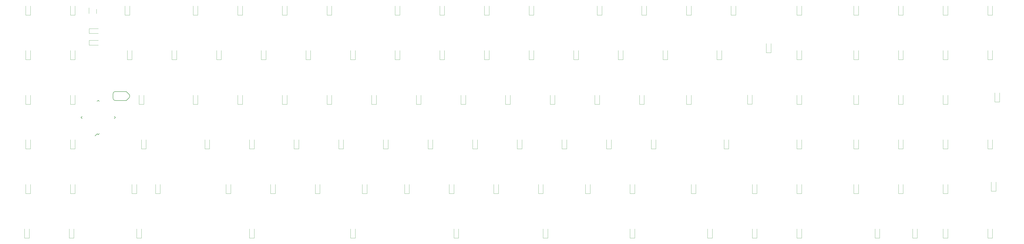
<source format=gbo>
G04 #@! TF.GenerationSoftware,KiCad,Pcbnew,(5.0.0-rc2-dev-733-g23a9fcd91)*
G04 #@! TF.CreationDate,2018-05-31T02:42:35-04:00*
G04 #@! TF.ProjectId,100plus,313030706C75732E6B696361645F7063,rev?*
G04 #@! TF.SameCoordinates,Original*
G04 #@! TF.FileFunction,Legend,Bot*
G04 #@! TF.FilePolarity,Positive*
%FSLAX45Y45*%
G04 Gerber Fmt 4.5, Leading zero omitted, Abs format (unit mm)*
G04 Created by KiCad (PCBNEW (5.0.0-rc2-dev-733-g23a9fcd91)) date 05/31/18 02:42:35*
%MOMM*%
%LPD*%
G01*
G04 APERTURE LIST*
%ADD10C,0.120000*%
%ADD11C,0.127000*%
%ADD12C,0.150000*%
G04 APERTURE END LIST*
D10*
X11800000Y-15625000D02*
X11800000Y-15235000D01*
X11600000Y-15625000D02*
X11600000Y-15235000D01*
X11800000Y-15625000D02*
X11600000Y-15625000D01*
X33000000Y-13725000D02*
X33000000Y-13335000D01*
X32800000Y-13725000D02*
X32800000Y-13335000D01*
X33000000Y-13725000D02*
X32800000Y-13725000D01*
X9373125Y-10700000D02*
X9763125Y-10700000D01*
X9373125Y-10500000D02*
X9763125Y-10500000D01*
X9373125Y-10700000D02*
X9373125Y-10500000D01*
X9373125Y-11200000D02*
X9763125Y-11200000D01*
X9373125Y-11000000D02*
X9763125Y-11000000D01*
X9373125Y-11200000D02*
X9373125Y-11000000D01*
X6876250Y-9925000D02*
X6676250Y-9925000D01*
X6676250Y-9925000D02*
X6676250Y-9535000D01*
X6876250Y-9925000D02*
X6876250Y-9535000D01*
X8776250Y-9925000D02*
X8776250Y-9535000D01*
X8576250Y-9925000D02*
X8576250Y-9535000D01*
X8776250Y-9925000D02*
X8576250Y-9925000D01*
X11100000Y-9925000D02*
X10900000Y-9925000D01*
X10900000Y-9925000D02*
X10900000Y-9535000D01*
X11100000Y-9925000D02*
X11100000Y-9535000D01*
X14000000Y-9925000D02*
X14000000Y-9535000D01*
X13800000Y-9925000D02*
X13800000Y-9535000D01*
X14000000Y-9925000D02*
X13800000Y-9925000D01*
X15900000Y-9925000D02*
X15700000Y-9925000D01*
X15700000Y-9925000D02*
X15700000Y-9535000D01*
X15900000Y-9925000D02*
X15900000Y-9535000D01*
X17800000Y-9925000D02*
X17800000Y-9535000D01*
X17600000Y-9925000D02*
X17600000Y-9535000D01*
X17800000Y-9925000D02*
X17600000Y-9925000D01*
X19700000Y-9925000D02*
X19500000Y-9925000D01*
X19500000Y-9925000D02*
X19500000Y-9535000D01*
X19700000Y-9925000D02*
X19700000Y-9535000D01*
X22600000Y-9925000D02*
X22600000Y-9535000D01*
X22400000Y-9925000D02*
X22400000Y-9535000D01*
X22600000Y-9925000D02*
X22400000Y-9925000D01*
X24500000Y-9925000D02*
X24300000Y-9925000D01*
X24300000Y-9925000D02*
X24300000Y-9535000D01*
X24500000Y-9925000D02*
X24500000Y-9535000D01*
X26400000Y-9925000D02*
X26200000Y-9925000D01*
X26200000Y-9925000D02*
X26200000Y-9535000D01*
X26400000Y-9925000D02*
X26400000Y-9535000D01*
X28300000Y-9925000D02*
X28100000Y-9925000D01*
X28100000Y-9925000D02*
X28100000Y-9535000D01*
X28300000Y-9925000D02*
X28300000Y-9535000D01*
X31200000Y-9925000D02*
X31200000Y-9535000D01*
X31000000Y-9925000D02*
X31000000Y-9535000D01*
X31200000Y-9925000D02*
X31000000Y-9925000D01*
X33100000Y-9925000D02*
X32900000Y-9925000D01*
X32900000Y-9925000D02*
X32900000Y-9535000D01*
X33100000Y-9925000D02*
X33100000Y-9535000D01*
X35000000Y-9925000D02*
X35000000Y-9535000D01*
X34800000Y-9925000D02*
X34800000Y-9535000D01*
X35000000Y-9925000D02*
X34800000Y-9925000D01*
X36900000Y-9925000D02*
X36700000Y-9925000D01*
X36700000Y-9925000D02*
X36700000Y-9535000D01*
X36900000Y-9925000D02*
X36900000Y-9535000D01*
X39700000Y-9925000D02*
X39700000Y-9535000D01*
X39500000Y-9925000D02*
X39500000Y-9535000D01*
X39700000Y-9925000D02*
X39500000Y-9925000D01*
X42123750Y-9925000D02*
X41923750Y-9925000D01*
X41923750Y-9925000D02*
X41923750Y-9535000D01*
X42123750Y-9925000D02*
X42123750Y-9535000D01*
X44023750Y-9925000D02*
X44023750Y-9535000D01*
X43823750Y-9925000D02*
X43823750Y-9535000D01*
X44023750Y-9925000D02*
X43823750Y-9925000D01*
X45923750Y-9925000D02*
X45723750Y-9925000D01*
X45723750Y-9925000D02*
X45723750Y-9535000D01*
X45923750Y-9925000D02*
X45923750Y-9535000D01*
X47823750Y-9925000D02*
X47823750Y-9535000D01*
X47623750Y-9925000D02*
X47623750Y-9535000D01*
X47823750Y-9925000D02*
X47623750Y-9925000D01*
X6876250Y-11825000D02*
X6676250Y-11825000D01*
X6676250Y-11825000D02*
X6676250Y-11435000D01*
X6876250Y-11825000D02*
X6876250Y-11435000D01*
X8776250Y-11825000D02*
X8776250Y-11435000D01*
X8576250Y-11825000D02*
X8576250Y-11435000D01*
X8776250Y-11825000D02*
X8576250Y-11825000D01*
X11200000Y-11825000D02*
X11000000Y-11825000D01*
X11000000Y-11825000D02*
X11000000Y-11435000D01*
X11200000Y-11825000D02*
X11200000Y-11435000D01*
X13100000Y-11825000D02*
X13100000Y-11435000D01*
X12900000Y-11825000D02*
X12900000Y-11435000D01*
X13100000Y-11825000D02*
X12900000Y-11825000D01*
X15000000Y-11825000D02*
X14800000Y-11825000D01*
X14800000Y-11825000D02*
X14800000Y-11435000D01*
X15000000Y-11825000D02*
X15000000Y-11435000D01*
X16900000Y-11825000D02*
X16900000Y-11435000D01*
X16700000Y-11825000D02*
X16700000Y-11435000D01*
X16900000Y-11825000D02*
X16700000Y-11825000D01*
X18800000Y-11825000D02*
X18600000Y-11825000D01*
X18600000Y-11825000D02*
X18600000Y-11435000D01*
X18800000Y-11825000D02*
X18800000Y-11435000D01*
X20700000Y-11825000D02*
X20700000Y-11435000D01*
X20500000Y-11825000D02*
X20500000Y-11435000D01*
X20700000Y-11825000D02*
X20500000Y-11825000D01*
X22600000Y-11825000D02*
X22400000Y-11825000D01*
X22400000Y-11825000D02*
X22400000Y-11435000D01*
X22600000Y-11825000D02*
X22600000Y-11435000D01*
X24500000Y-11825000D02*
X24500000Y-11435000D01*
X24300000Y-11825000D02*
X24300000Y-11435000D01*
X24500000Y-11825000D02*
X24300000Y-11825000D01*
X26400000Y-11825000D02*
X26400000Y-11435000D01*
X26200000Y-11825000D02*
X26200000Y-11435000D01*
X26400000Y-11825000D02*
X26200000Y-11825000D01*
X28300000Y-11825000D02*
X28300000Y-11435000D01*
X28100000Y-11825000D02*
X28100000Y-11435000D01*
X28300000Y-11825000D02*
X28100000Y-11825000D01*
X30200000Y-11825000D02*
X30000000Y-11825000D01*
X30000000Y-11825000D02*
X30000000Y-11435000D01*
X30200000Y-11825000D02*
X30200000Y-11435000D01*
X32100000Y-11825000D02*
X32100000Y-11435000D01*
X31900000Y-11825000D02*
X31900000Y-11435000D01*
X32100000Y-11825000D02*
X31900000Y-11825000D01*
X34000000Y-11825000D02*
X33800000Y-11825000D01*
X33800000Y-11825000D02*
X33800000Y-11435000D01*
X34000000Y-11825000D02*
X34000000Y-11435000D01*
X36300000Y-11825000D02*
X36300000Y-11435000D01*
X36100000Y-11825000D02*
X36100000Y-11435000D01*
X36300000Y-11825000D02*
X36100000Y-11825000D01*
X38400000Y-11525000D02*
X38200000Y-11525000D01*
X38200000Y-11525000D02*
X38200000Y-11135000D01*
X38400000Y-11525000D02*
X38400000Y-11135000D01*
X39700000Y-11825000D02*
X39700000Y-11435000D01*
X39500000Y-11825000D02*
X39500000Y-11435000D01*
X39700000Y-11825000D02*
X39500000Y-11825000D01*
X42123750Y-11825000D02*
X41923750Y-11825000D01*
X41923750Y-11825000D02*
X41923750Y-11435000D01*
X42123750Y-11825000D02*
X42123750Y-11435000D01*
X44023750Y-11825000D02*
X44023750Y-11435000D01*
X43823750Y-11825000D02*
X43823750Y-11435000D01*
X44023750Y-11825000D02*
X43823750Y-11825000D01*
X45923750Y-11825000D02*
X45923750Y-11435000D01*
X45723750Y-11825000D02*
X45723750Y-11435000D01*
X45923750Y-11825000D02*
X45723750Y-11825000D01*
X47823750Y-11825000D02*
X47823750Y-11435000D01*
X47623750Y-11825000D02*
X47623750Y-11435000D01*
X47823750Y-11825000D02*
X47623750Y-11825000D01*
X6876250Y-13725000D02*
X6676250Y-13725000D01*
X6676250Y-13725000D02*
X6676250Y-13335000D01*
X6876250Y-13725000D02*
X6876250Y-13335000D01*
X8776250Y-13725000D02*
X8776250Y-13335000D01*
X8576250Y-13725000D02*
X8576250Y-13335000D01*
X8776250Y-13725000D02*
X8576250Y-13725000D01*
X11700000Y-13725000D02*
X11500000Y-13725000D01*
X11500000Y-13725000D02*
X11500000Y-13335000D01*
X11700000Y-13725000D02*
X11700000Y-13335000D01*
X14000000Y-13725000D02*
X14000000Y-13335000D01*
X13800000Y-13725000D02*
X13800000Y-13335000D01*
X14000000Y-13725000D02*
X13800000Y-13725000D01*
X15900000Y-13725000D02*
X15700000Y-13725000D01*
X15700000Y-13725000D02*
X15700000Y-13335000D01*
X15900000Y-13725000D02*
X15900000Y-13335000D01*
X17800000Y-13725000D02*
X17800000Y-13335000D01*
X17600000Y-13725000D02*
X17600000Y-13335000D01*
X17800000Y-13725000D02*
X17600000Y-13725000D01*
X19700000Y-13725000D02*
X19500000Y-13725000D01*
X19500000Y-13725000D02*
X19500000Y-13335000D01*
X19700000Y-13725000D02*
X19700000Y-13335000D01*
X21600000Y-13725000D02*
X21600000Y-13335000D01*
X21400000Y-13725000D02*
X21400000Y-13335000D01*
X21600000Y-13725000D02*
X21400000Y-13725000D01*
X23500000Y-13725000D02*
X23300000Y-13725000D01*
X23300000Y-13725000D02*
X23300000Y-13335000D01*
X23500000Y-13725000D02*
X23500000Y-13335000D01*
X25400000Y-13725000D02*
X25400000Y-13335000D01*
X25200000Y-13725000D02*
X25200000Y-13335000D01*
X25400000Y-13725000D02*
X25200000Y-13725000D01*
X27300000Y-13725000D02*
X27100000Y-13725000D01*
X27100000Y-13725000D02*
X27100000Y-13335000D01*
X27300000Y-13725000D02*
X27300000Y-13335000D01*
X29200000Y-13725000D02*
X29200000Y-13335000D01*
X29000000Y-13725000D02*
X29000000Y-13335000D01*
X29200000Y-13725000D02*
X29000000Y-13725000D01*
X31100000Y-13725000D02*
X30900000Y-13725000D01*
X30900000Y-13725000D02*
X30900000Y-13335000D01*
X31100000Y-13725000D02*
X31100000Y-13335000D01*
X35000000Y-13725000D02*
X34800000Y-13725000D01*
X34800000Y-13725000D02*
X34800000Y-13335000D01*
X35000000Y-13725000D02*
X35000000Y-13335000D01*
X37597000Y-13716000D02*
X37597000Y-13326000D01*
X37397000Y-13716000D02*
X37397000Y-13326000D01*
X37597000Y-13716000D02*
X37397000Y-13716000D01*
X39700000Y-13725000D02*
X39500000Y-13725000D01*
X39500000Y-13725000D02*
X39500000Y-13335000D01*
X39700000Y-13725000D02*
X39700000Y-13335000D01*
X42123750Y-13725000D02*
X42123750Y-13335000D01*
X41923750Y-13725000D02*
X41923750Y-13335000D01*
X42123750Y-13725000D02*
X41923750Y-13725000D01*
X44023750Y-13725000D02*
X43823750Y-13725000D01*
X43823750Y-13725000D02*
X43823750Y-13335000D01*
X44023750Y-13725000D02*
X44023750Y-13335000D01*
X45923750Y-13725000D02*
X45923750Y-13335000D01*
X45723750Y-13725000D02*
X45723750Y-13335000D01*
X45923750Y-13725000D02*
X45723750Y-13725000D01*
X48123750Y-13625000D02*
X47923750Y-13625000D01*
X47923750Y-13625000D02*
X47923750Y-13235000D01*
X48123750Y-13625000D02*
X48123750Y-13235000D01*
X6876250Y-15625000D02*
X6876250Y-15235000D01*
X6676250Y-15625000D02*
X6676250Y-15235000D01*
X6876250Y-15625000D02*
X6676250Y-15625000D01*
X8776250Y-15625000D02*
X8576250Y-15625000D01*
X8576250Y-15625000D02*
X8576250Y-15235000D01*
X8776250Y-15625000D02*
X8776250Y-15235000D01*
X14500000Y-15625000D02*
X14300000Y-15625000D01*
X14300000Y-15625000D02*
X14300000Y-15235000D01*
X14500000Y-15625000D02*
X14500000Y-15235000D01*
X16400000Y-15625000D02*
X16400000Y-15235000D01*
X16200000Y-15625000D02*
X16200000Y-15235000D01*
X16400000Y-15625000D02*
X16200000Y-15625000D01*
X18300000Y-15625000D02*
X18100000Y-15625000D01*
X18100000Y-15625000D02*
X18100000Y-15235000D01*
X18300000Y-15625000D02*
X18300000Y-15235000D01*
X20200000Y-15625000D02*
X20200000Y-15235000D01*
X20000000Y-15625000D02*
X20000000Y-15235000D01*
X20200000Y-15625000D02*
X20000000Y-15625000D01*
X22100000Y-15625000D02*
X21900000Y-15625000D01*
X21900000Y-15625000D02*
X21900000Y-15235000D01*
X22100000Y-15625000D02*
X22100000Y-15235000D01*
X24000000Y-15625000D02*
X24000000Y-15235000D01*
X23800000Y-15625000D02*
X23800000Y-15235000D01*
X24000000Y-15625000D02*
X23800000Y-15625000D01*
X25900000Y-15625000D02*
X25700000Y-15625000D01*
X25700000Y-15625000D02*
X25700000Y-15235000D01*
X25900000Y-15625000D02*
X25900000Y-15235000D01*
X27800000Y-15625000D02*
X27600000Y-15625000D01*
X27600000Y-15625000D02*
X27600000Y-15235000D01*
X27800000Y-15625000D02*
X27800000Y-15235000D01*
X29700000Y-15625000D02*
X29500000Y-15625000D01*
X29500000Y-15625000D02*
X29500000Y-15235000D01*
X29700000Y-15625000D02*
X29700000Y-15235000D01*
X31600000Y-15625000D02*
X31600000Y-15235000D01*
X31400000Y-15625000D02*
X31400000Y-15235000D01*
X31600000Y-15625000D02*
X31400000Y-15625000D01*
X33500000Y-15625000D02*
X33300000Y-15625000D01*
X33300000Y-15625000D02*
X33300000Y-15235000D01*
X33500000Y-15625000D02*
X33500000Y-15235000D01*
X36600000Y-15625000D02*
X36600000Y-15235000D01*
X36400000Y-15625000D02*
X36400000Y-15235000D01*
X36600000Y-15625000D02*
X36400000Y-15625000D01*
X39700000Y-15625000D02*
X39500000Y-15625000D01*
X39500000Y-15625000D02*
X39500000Y-15235000D01*
X39700000Y-15625000D02*
X39700000Y-15235000D01*
X42123750Y-15625000D02*
X42123750Y-15235000D01*
X41923750Y-15625000D02*
X41923750Y-15235000D01*
X42123750Y-15625000D02*
X41923750Y-15625000D01*
X44023750Y-15625000D02*
X43823750Y-15625000D01*
X43823750Y-15625000D02*
X43823750Y-15235000D01*
X44023750Y-15625000D02*
X44023750Y-15235000D01*
X45923750Y-15625000D02*
X45923750Y-15235000D01*
X45723750Y-15625000D02*
X45723750Y-15235000D01*
X45923750Y-15625000D02*
X45723750Y-15625000D01*
X47823750Y-15625000D02*
X47623750Y-15625000D01*
X47623750Y-15625000D02*
X47623750Y-15235000D01*
X47823750Y-15625000D02*
X47823750Y-15235000D01*
X6876250Y-17525000D02*
X6676250Y-17525000D01*
X6676250Y-17525000D02*
X6676250Y-17135000D01*
X6876250Y-17525000D02*
X6876250Y-17135000D01*
X8776250Y-17525000D02*
X8576250Y-17525000D01*
X8576250Y-17525000D02*
X8576250Y-17135000D01*
X8776250Y-17525000D02*
X8776250Y-17135000D01*
X11400000Y-17525000D02*
X11200000Y-17525000D01*
X11200000Y-17525000D02*
X11200000Y-17135000D01*
X11400000Y-17525000D02*
X11400000Y-17135000D01*
X12400000Y-17525000D02*
X12400000Y-17135000D01*
X12200000Y-17525000D02*
X12200000Y-17135000D01*
X12400000Y-17525000D02*
X12200000Y-17525000D01*
X15400000Y-17525000D02*
X15200000Y-17525000D01*
X15200000Y-17525000D02*
X15200000Y-17135000D01*
X15400000Y-17525000D02*
X15400000Y-17135000D01*
X17300000Y-17525000D02*
X17300000Y-17135000D01*
X17100000Y-17525000D02*
X17100000Y-17135000D01*
X17300000Y-17525000D02*
X17100000Y-17525000D01*
X19200000Y-17525000D02*
X19200000Y-17135000D01*
X19000000Y-17525000D02*
X19000000Y-17135000D01*
X19200000Y-17525000D02*
X19000000Y-17525000D01*
X21200000Y-17525000D02*
X21000000Y-17525000D01*
X21000000Y-17525000D02*
X21000000Y-17135000D01*
X21200000Y-17525000D02*
X21200000Y-17135000D01*
X23000000Y-17525000D02*
X23000000Y-17135000D01*
X22800000Y-17525000D02*
X22800000Y-17135000D01*
X23000000Y-17525000D02*
X22800000Y-17525000D01*
X24900000Y-17525000D02*
X24900000Y-17135000D01*
X24700000Y-17525000D02*
X24700000Y-17135000D01*
X24900000Y-17525000D02*
X24700000Y-17525000D01*
X26800000Y-17525000D02*
X26800000Y-17135000D01*
X26600000Y-17525000D02*
X26600000Y-17135000D01*
X26800000Y-17525000D02*
X26600000Y-17525000D01*
X28700000Y-17525000D02*
X28700000Y-17135000D01*
X28500000Y-17525000D02*
X28500000Y-17135000D01*
X28700000Y-17525000D02*
X28500000Y-17525000D01*
X30700000Y-17525000D02*
X30700000Y-17135000D01*
X30500000Y-17525000D02*
X30500000Y-17135000D01*
X30700000Y-17525000D02*
X30500000Y-17525000D01*
X32600000Y-17525000D02*
X32600000Y-17135000D01*
X32400000Y-17525000D02*
X32400000Y-17135000D01*
X32600000Y-17525000D02*
X32400000Y-17525000D01*
X35200000Y-17525000D02*
X35000000Y-17525000D01*
X35000000Y-17525000D02*
X35000000Y-17135000D01*
X35200000Y-17525000D02*
X35200000Y-17135000D01*
X37800000Y-17525000D02*
X37600000Y-17525000D01*
X37600000Y-17525000D02*
X37600000Y-17135000D01*
X37800000Y-17525000D02*
X37800000Y-17135000D01*
X39700000Y-17525000D02*
X39700000Y-17135000D01*
X39500000Y-17525000D02*
X39500000Y-17135000D01*
X39700000Y-17525000D02*
X39500000Y-17525000D01*
X42123750Y-17525000D02*
X42123750Y-17135000D01*
X41923750Y-17525000D02*
X41923750Y-17135000D01*
X42123750Y-17525000D02*
X41923750Y-17525000D01*
X44023750Y-17525000D02*
X44023750Y-17135000D01*
X43823750Y-17525000D02*
X43823750Y-17135000D01*
X44023750Y-17525000D02*
X43823750Y-17525000D01*
X45923750Y-17525000D02*
X45923750Y-17135000D01*
X45723750Y-17525000D02*
X45723750Y-17135000D01*
X45923750Y-17525000D02*
X45723750Y-17525000D01*
X47973750Y-17425000D02*
X47773750Y-17425000D01*
X47773750Y-17425000D02*
X47773750Y-17035000D01*
X47973750Y-17425000D02*
X47973750Y-17035000D01*
X6826250Y-19425000D02*
X6626250Y-19425000D01*
X6626250Y-19425000D02*
X6626250Y-19035000D01*
X6826250Y-19425000D02*
X6826250Y-19035000D01*
X8726250Y-19425000D02*
X8526250Y-19425000D01*
X8526250Y-19425000D02*
X8526250Y-19035000D01*
X8726250Y-19425000D02*
X8726250Y-19035000D01*
X11600000Y-19425000D02*
X11600000Y-19035000D01*
X11400000Y-19425000D02*
X11400000Y-19035000D01*
X11600000Y-19425000D02*
X11400000Y-19425000D01*
X16400000Y-19425000D02*
X16400000Y-19035000D01*
X16200000Y-19425000D02*
X16200000Y-19035000D01*
X16400000Y-19425000D02*
X16200000Y-19425000D01*
X20700000Y-19425000D02*
X20500000Y-19425000D01*
X20500000Y-19425000D02*
X20500000Y-19035000D01*
X20700000Y-19425000D02*
X20700000Y-19035000D01*
X25100000Y-19425000D02*
X24900000Y-19425000D01*
X24900000Y-19425000D02*
X24900000Y-19035000D01*
X25100000Y-19425000D02*
X25100000Y-19035000D01*
X28900000Y-19425000D02*
X28700000Y-19425000D01*
X28700000Y-19425000D02*
X28700000Y-19035000D01*
X28900000Y-19425000D02*
X28900000Y-19035000D01*
X32600000Y-19425000D02*
X32600000Y-19035000D01*
X32400000Y-19425000D02*
X32400000Y-19035000D01*
X32600000Y-19425000D02*
X32400000Y-19425000D01*
X35900000Y-19425000D02*
X35700000Y-19425000D01*
X35700000Y-19425000D02*
X35700000Y-19035000D01*
X35900000Y-19425000D02*
X35900000Y-19035000D01*
X37800000Y-19425000D02*
X37600000Y-19425000D01*
X37600000Y-19425000D02*
X37600000Y-19035000D01*
X37800000Y-19425000D02*
X37800000Y-19035000D01*
X39700000Y-19425000D02*
X39500000Y-19425000D01*
X39500000Y-19425000D02*
X39500000Y-19035000D01*
X39700000Y-19425000D02*
X39700000Y-19035000D01*
X43023750Y-19425000D02*
X42823750Y-19425000D01*
X42823750Y-19425000D02*
X42823750Y-19035000D01*
X43023750Y-19425000D02*
X43023750Y-19035000D01*
X44623750Y-19425000D02*
X44423750Y-19425000D01*
X44423750Y-19425000D02*
X44423750Y-19035000D01*
X44623750Y-19425000D02*
X44623750Y-19035000D01*
X45923750Y-19425000D02*
X45923750Y-19035000D01*
X45723750Y-19425000D02*
X45723750Y-19035000D01*
X45923750Y-19425000D02*
X45723750Y-19425000D01*
X47823750Y-19425000D02*
X47623750Y-19425000D01*
X47623750Y-19425000D02*
X47623750Y-19035000D01*
X47823750Y-19425000D02*
X47823750Y-19035000D01*
D11*
X10490650Y-13563000D02*
X10959280Y-13563000D01*
X10490650Y-13182000D02*
X10959280Y-13182000D01*
X11077390Y-13444890D02*
X10959280Y-13563000D01*
X11077390Y-13300110D02*
X10959280Y-13182000D01*
X11077390Y-13300110D02*
G75*
G02X11077390Y-13444890I-72390J-72390D01*
G01*
X10395400Y-13277250D02*
X10395400Y-13467750D01*
X10490650Y-13563000D02*
G75*
G02X10395400Y-13467750I0J95250D01*
G01*
X10395400Y-13277250D02*
G75*
G02X10490650Y-13182000I95250J0D01*
G01*
D10*
X9686000Y-9675000D02*
X9686000Y-9855000D01*
X9364000Y-9855000D02*
X9364000Y-9610000D01*
D12*
X9763125Y-15019355D02*
X9722466Y-14978697D01*
X10494981Y-14287500D02*
X10447251Y-14239770D01*
X9763125Y-13555644D02*
X9810855Y-13603374D01*
X9031270Y-14287500D02*
X9078999Y-14335230D01*
X9763125Y-15019355D02*
X9810855Y-14971626D01*
X9031270Y-14287500D02*
X9078999Y-14239770D01*
X9763125Y-13555644D02*
X9715395Y-13603374D01*
X10494981Y-14287500D02*
X10447251Y-14335230D01*
X9722466Y-14978697D02*
X9632310Y-15068853D01*
M02*

</source>
